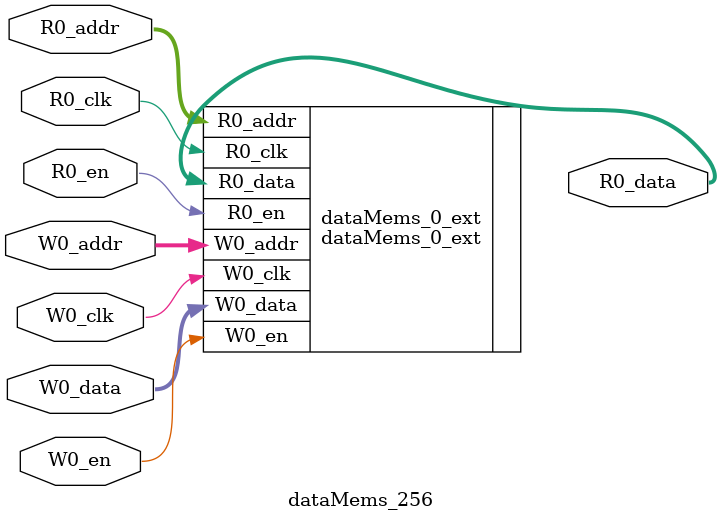
<source format=sv>
`ifndef RANDOMIZE
  `ifdef RANDOMIZE_REG_INIT
    `define RANDOMIZE
  `endif // RANDOMIZE_REG_INIT
`endif // not def RANDOMIZE
`ifndef RANDOMIZE
  `ifdef RANDOMIZE_MEM_INIT
    `define RANDOMIZE
  `endif // RANDOMIZE_MEM_INIT
`endif // not def RANDOMIZE

`ifndef RANDOM
  `define RANDOM $random
`endif // not def RANDOM

// Users can define 'PRINTF_COND' to add an extra gate to prints.
`ifndef PRINTF_COND_
  `ifdef PRINTF_COND
    `define PRINTF_COND_ (`PRINTF_COND)
  `else  // PRINTF_COND
    `define PRINTF_COND_ 1
  `endif // PRINTF_COND
`endif // not def PRINTF_COND_

// Users can define 'ASSERT_VERBOSE_COND' to add an extra gate to assert error printing.
`ifndef ASSERT_VERBOSE_COND_
  `ifdef ASSERT_VERBOSE_COND
    `define ASSERT_VERBOSE_COND_ (`ASSERT_VERBOSE_COND)
  `else  // ASSERT_VERBOSE_COND
    `define ASSERT_VERBOSE_COND_ 1
  `endif // ASSERT_VERBOSE_COND
`endif // not def ASSERT_VERBOSE_COND_

// Users can define 'STOP_COND' to add an extra gate to stop conditions.
`ifndef STOP_COND_
  `ifdef STOP_COND
    `define STOP_COND_ (`STOP_COND)
  `else  // STOP_COND
    `define STOP_COND_ 1
  `endif // STOP_COND
`endif // not def STOP_COND_

// Users can define INIT_RANDOM as general code that gets injected into the
// initializer block for modules with registers.
`ifndef INIT_RANDOM
  `define INIT_RANDOM
`endif // not def INIT_RANDOM

// If using random initialization, you can also define RANDOMIZE_DELAY to
// customize the delay used, otherwise 0.002 is used.
`ifndef RANDOMIZE_DELAY
  `define RANDOMIZE_DELAY 0.002
`endif // not def RANDOMIZE_DELAY

// Define INIT_RANDOM_PROLOG_ for use in our modules below.
`ifndef INIT_RANDOM_PROLOG_
  `ifdef RANDOMIZE
    `ifdef VERILATOR
      `define INIT_RANDOM_PROLOG_ `INIT_RANDOM
    `else  // VERILATOR
      `define INIT_RANDOM_PROLOG_ `INIT_RANDOM #`RANDOMIZE_DELAY begin end
    `endif // VERILATOR
  `else  // RANDOMIZE
    `define INIT_RANDOM_PROLOG_
  `endif // RANDOMIZE
`endif // not def INIT_RANDOM_PROLOG_

// Include register initializers in init blocks unless synthesis is set
`ifndef SYNTHESIS
  `ifndef ENABLE_INITIAL_REG_
    `define ENABLE_INITIAL_REG_
  `endif // not def ENABLE_INITIAL_REG_
`endif // not def SYNTHESIS

// Include rmemory initializers in init blocks unless synthesis is set
`ifndef SYNTHESIS
  `ifndef ENABLE_INITIAL_MEM_
    `define ENABLE_INITIAL_MEM_
  `endif // not def ENABLE_INITIAL_MEM_
`endif // not def SYNTHESIS

module dataMems_256(	// @[generators/ara/src/main/scala/UnsafeAXI4ToTL.scala:365:62]
  input  [4:0]  R0_addr,
  input         R0_en,
  input         R0_clk,
  output [66:0] R0_data,
  input  [4:0]  W0_addr,
  input         W0_en,
  input         W0_clk,
  input  [66:0] W0_data
);

  dataMems_0_ext dataMems_0_ext (	// @[generators/ara/src/main/scala/UnsafeAXI4ToTL.scala:365:62]
    .R0_addr (R0_addr),
    .R0_en   (R0_en),
    .R0_clk  (R0_clk),
    .R0_data (R0_data),
    .W0_addr (W0_addr),
    .W0_en   (W0_en),
    .W0_clk  (W0_clk),
    .W0_data (W0_data)
  );
endmodule


</source>
